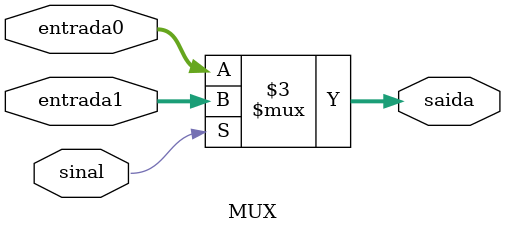
<source format=v>
module MUX(entrada0, entrada1, sinal, saida);
	input [7:0]entrada1, entrada0;
	input sinal;
	output reg [7:0] saida;
	
	always @(*) begin
		if(sinal) begin
			saida = entrada1;
		end
		else begin 
			saida = entrada0;
		end
	end
endmodule

</source>
